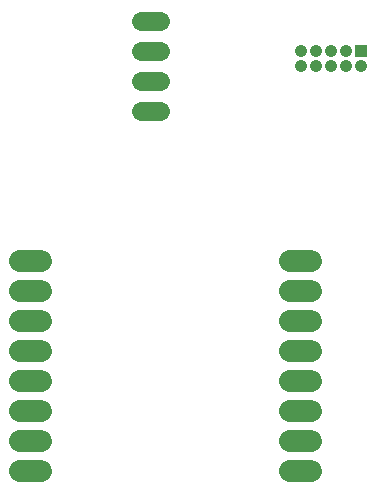
<source format=gbr>
G04 EAGLE Gerber X2 export*
%TF.Part,Single*%
%TF.FileFunction,Copper,L2,Bot,Mixed*%
%TF.FilePolarity,Positive*%
%TF.GenerationSoftware,Autodesk,EAGLE,9.0.1*%
%TF.CreationDate,2018-06-20T13:34:44Z*%
G75*
%MOMM*%
%FSLAX34Y34*%
%LPD*%
%AMOC8*
5,1,8,0,0,1.08239X$1,22.5*%
G01*
%ADD10C,1.600200*%
%ADD11R,1.058000X1.058000*%
%ADD12C,1.058000*%
%ADD13C,1.828800*%


D10*
X211201Y431800D02*
X195199Y431800D01*
X195199Y457200D02*
X211201Y457200D01*
X211201Y482600D02*
X195199Y482600D01*
X195199Y508000D02*
X211201Y508000D01*
D11*
X381000Y482600D03*
D12*
X381000Y469900D03*
X368300Y482600D03*
X368300Y469900D03*
X355600Y482600D03*
X355600Y469900D03*
X342900Y482600D03*
X342900Y469900D03*
X330200Y482600D03*
X330200Y469900D03*
D13*
X321056Y127000D02*
X339344Y127000D01*
X339344Y152400D02*
X321056Y152400D01*
X321056Y177800D02*
X339344Y177800D01*
X339344Y203200D02*
X321056Y203200D01*
X321056Y228600D02*
X339344Y228600D01*
X339344Y254000D02*
X321056Y254000D01*
X321056Y279400D02*
X339344Y279400D01*
X339344Y304800D02*
X321056Y304800D01*
X110744Y127000D02*
X92456Y127000D01*
X92456Y152400D02*
X110744Y152400D01*
X110744Y177800D02*
X92456Y177800D01*
X92456Y203200D02*
X110744Y203200D01*
X110744Y228600D02*
X92456Y228600D01*
X92456Y254000D02*
X110744Y254000D01*
X110744Y279400D02*
X92456Y279400D01*
X92456Y304800D02*
X110744Y304800D01*
M02*

</source>
